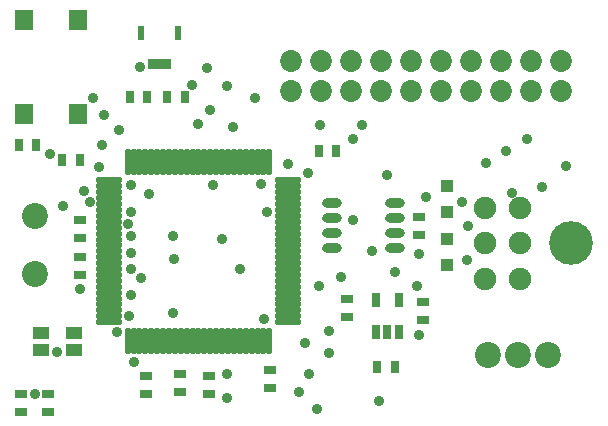
<source format=gts>
G04 Layer_Color=8388736*
%FSLAX25Y25*%
%MOIN*%
G70*
G01*
G75*
%ADD36O,0.09055X0.01968*%
%ADD37O,0.01968X0.09055*%
%ADD38O,0.06693X0.03150*%
%ADD39R,0.03937X0.02756*%
%ADD40R,0.03937X0.03937*%
%ADD41R,0.02165X0.04921*%
%ADD42R,0.01968X0.03740*%
%ADD43R,0.06299X0.06890*%
%ADD44R,0.03150X0.04724*%
%ADD45R,0.02756X0.03937*%
%ADD46R,0.05512X0.04331*%
%ADD47C,0.07287*%
%ADD48C,0.08661*%
%ADD49C,0.14567*%
%ADD50C,0.07480*%
%ADD51C,0.03543*%
D36*
X367079Y287622D02*
D03*
Y285653D02*
D03*
Y283685D02*
D03*
Y281716D02*
D03*
Y279748D02*
D03*
Y277780D02*
D03*
Y275811D02*
D03*
Y273843D02*
D03*
Y271874D02*
D03*
Y269905D02*
D03*
Y267937D02*
D03*
Y265968D02*
D03*
Y264000D02*
D03*
Y262032D02*
D03*
Y260063D02*
D03*
Y258095D02*
D03*
Y256126D02*
D03*
Y254157D02*
D03*
Y252189D02*
D03*
Y250220D02*
D03*
Y248252D02*
D03*
Y246284D02*
D03*
Y244315D02*
D03*
Y242347D02*
D03*
Y240378D02*
D03*
X426921D02*
D03*
Y242347D02*
D03*
Y244315D02*
D03*
Y246284D02*
D03*
Y248252D02*
D03*
Y250220D02*
D03*
Y252189D02*
D03*
Y254157D02*
D03*
Y256126D02*
D03*
Y258095D02*
D03*
Y260063D02*
D03*
Y262032D02*
D03*
Y264000D02*
D03*
Y265968D02*
D03*
Y267937D02*
D03*
Y269905D02*
D03*
Y271874D02*
D03*
Y273843D02*
D03*
Y275811D02*
D03*
Y277780D02*
D03*
Y279748D02*
D03*
Y281716D02*
D03*
Y283685D02*
D03*
Y285653D02*
D03*
Y287622D02*
D03*
D37*
X373378Y234079D02*
D03*
X375346D02*
D03*
X377315D02*
D03*
X379283D02*
D03*
X381252D02*
D03*
X383221D02*
D03*
X385189D02*
D03*
X387158D02*
D03*
X389126D02*
D03*
X391094D02*
D03*
X393063D02*
D03*
X395031D02*
D03*
X397000D02*
D03*
X398969D02*
D03*
X400937D02*
D03*
X402906D02*
D03*
X404874D02*
D03*
X406843D02*
D03*
X408811D02*
D03*
X410779D02*
D03*
X412748D02*
D03*
X414716D02*
D03*
X416685D02*
D03*
X418653D02*
D03*
X420622D02*
D03*
Y293921D02*
D03*
X418653D02*
D03*
X416685D02*
D03*
X414716D02*
D03*
X412748D02*
D03*
X410779D02*
D03*
X408811D02*
D03*
X406843D02*
D03*
X404874D02*
D03*
X402906D02*
D03*
X400937D02*
D03*
X398969D02*
D03*
X397000D02*
D03*
X395031D02*
D03*
X393063D02*
D03*
X391094D02*
D03*
X389126D02*
D03*
X387158D02*
D03*
X385189D02*
D03*
X383221D02*
D03*
X381252D02*
D03*
X379283D02*
D03*
X377315D02*
D03*
X375346D02*
D03*
X373378D02*
D03*
D38*
X462630Y270000D02*
D03*
Y275000D02*
D03*
Y265000D02*
D03*
Y280000D02*
D03*
X441370Y265000D02*
D03*
Y270000D02*
D03*
Y275000D02*
D03*
Y280000D02*
D03*
D39*
X470500Y269547D02*
D03*
Y275453D02*
D03*
X338000Y210547D02*
D03*
Y216453D02*
D03*
X400500Y222453D02*
D03*
Y216547D02*
D03*
X346815Y216441D02*
D03*
Y210535D02*
D03*
X472000Y241047D02*
D03*
Y246953D02*
D03*
X446500Y242047D02*
D03*
Y247953D02*
D03*
X421000Y218547D02*
D03*
Y224453D02*
D03*
X357500Y256047D02*
D03*
Y261953D02*
D03*
Y274453D02*
D03*
Y268547D02*
D03*
X379500Y222453D02*
D03*
Y216547D02*
D03*
X391000Y222953D02*
D03*
Y217047D02*
D03*
D40*
X480000Y268000D02*
D03*
Y277000D02*
D03*
Y259339D02*
D03*
Y285661D02*
D03*
D41*
X377937Y336921D02*
D03*
X390063D02*
D03*
D42*
X386953Y326488D02*
D03*
X384984D02*
D03*
X383016D02*
D03*
X381047D02*
D03*
D43*
X338890Y341000D02*
D03*
Y309701D02*
D03*
X357000Y341000D02*
D03*
Y309701D02*
D03*
D44*
X456260Y247913D02*
D03*
X463740D02*
D03*
Y237087D02*
D03*
X460000D02*
D03*
X456260D02*
D03*
D45*
X351547Y294500D02*
D03*
X357453D02*
D03*
X386547Y315500D02*
D03*
X392453D02*
D03*
X379953D02*
D03*
X374047D02*
D03*
X456547Y225500D02*
D03*
X462453D02*
D03*
X442953Y297500D02*
D03*
X437047D02*
D03*
X337047Y299500D02*
D03*
X342953D02*
D03*
D46*
X344488Y236854D02*
D03*
X355512D02*
D03*
X344488Y231146D02*
D03*
X355512D02*
D03*
D47*
X428000Y327500D02*
D03*
Y317500D02*
D03*
X438000D02*
D03*
Y327500D02*
D03*
X458000D02*
D03*
Y317500D02*
D03*
X448000D02*
D03*
Y327500D02*
D03*
X488000D02*
D03*
Y317500D02*
D03*
X498000D02*
D03*
Y327500D02*
D03*
X478000D02*
D03*
Y317500D02*
D03*
X468000D02*
D03*
Y327500D02*
D03*
X518000D02*
D03*
Y317500D02*
D03*
X508000D02*
D03*
Y327500D02*
D03*
D48*
X342500Y256394D02*
D03*
Y275606D02*
D03*
X493500Y229500D02*
D03*
X503500D02*
D03*
X513500D02*
D03*
D49*
X521319Y266689D02*
D03*
D50*
X504311D02*
D03*
Y278500D02*
D03*
Y254878D02*
D03*
X492500D02*
D03*
Y266689D02*
D03*
Y278500D02*
D03*
D51*
X436500Y211500D02*
D03*
X430500Y217000D02*
D03*
X411000Y258000D02*
D03*
X370000Y237000D02*
D03*
X485000Y280500D02*
D03*
X470500Y263000D02*
D03*
X455000Y264000D02*
D03*
X405000Y268000D02*
D03*
X374500Y286000D02*
D03*
X364000Y292000D02*
D03*
X473000Y282000D02*
D03*
X448500Y301500D02*
D03*
X352000Y279000D02*
D03*
X402000Y286000D02*
D03*
X400000Y325000D02*
D03*
X395000Y319500D02*
D03*
X378000Y255000D02*
D03*
X388500Y269000D02*
D03*
X389000Y261500D02*
D03*
X388500Y243500D02*
D03*
X486500Y261000D02*
D03*
X487000Y272500D02*
D03*
X501500Y283500D02*
D03*
X499500Y297500D02*
D03*
X470500Y236000D02*
D03*
X470000Y252500D02*
D03*
X462500Y257000D02*
D03*
X440500Y230000D02*
D03*
Y237500D02*
D03*
X434000Y223000D02*
D03*
X432500Y233500D02*
D03*
X457045Y214006D02*
D03*
X342500Y216500D02*
D03*
X361000Y280500D02*
D03*
X347500Y296500D02*
D03*
X377500Y325500D02*
D03*
X362000Y315000D02*
D03*
X406500Y215000D02*
D03*
Y223000D02*
D03*
X350000Y230500D02*
D03*
X357500Y251500D02*
D03*
X373500Y273000D02*
D03*
X380500Y283000D02*
D03*
X511500Y285500D02*
D03*
X519500Y292500D02*
D03*
X506500Y301500D02*
D03*
X493000Y293500D02*
D03*
X460000Y289500D02*
D03*
X448500Y274500D02*
D03*
X451500Y306000D02*
D03*
X433500Y290000D02*
D03*
X427000Y293000D02*
D03*
X437500Y306000D02*
D03*
X408500Y305500D02*
D03*
X416000Y315000D02*
D03*
X406500Y319000D02*
D03*
X401000Y311000D02*
D03*
X437150Y252500D02*
D03*
X444500Y255500D02*
D03*
X370500Y304500D02*
D03*
X375500Y227000D02*
D03*
X365500Y309500D02*
D03*
X397000Y306500D02*
D03*
X365000Y299500D02*
D03*
X420000Y277000D02*
D03*
X359000Y284000D02*
D03*
X374500Y263500D02*
D03*
X419000Y241500D02*
D03*
X374500Y249500D02*
D03*
Y277000D02*
D03*
Y269000D02*
D03*
X374000Y242500D02*
D03*
X374500Y258000D02*
D03*
X418000Y286500D02*
D03*
M02*

</source>
